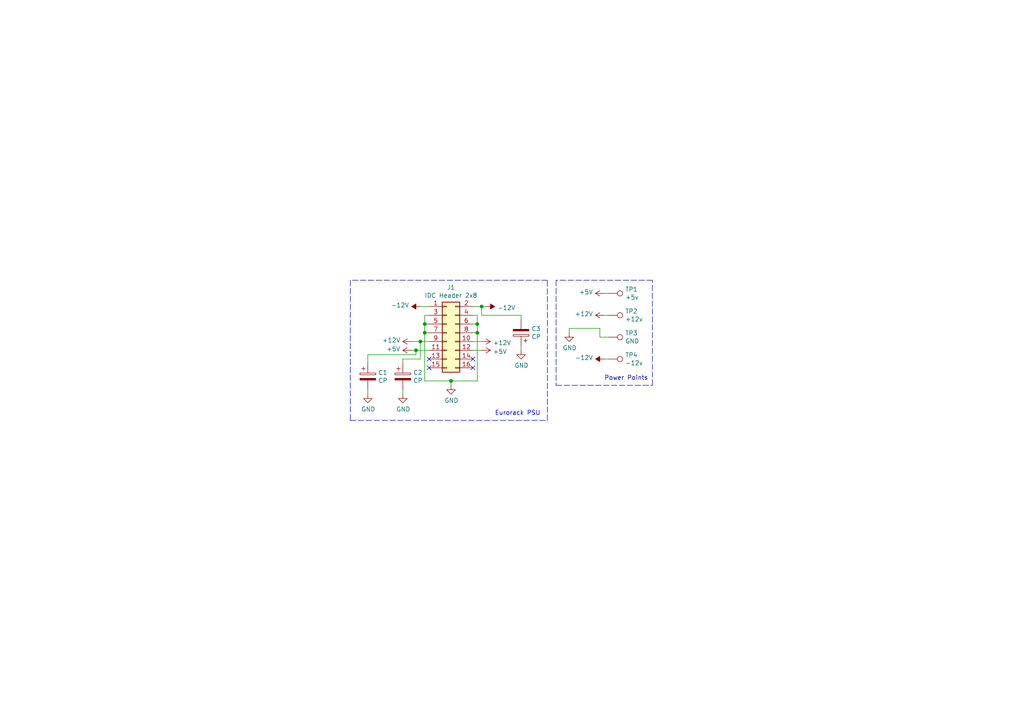
<source format=kicad_sch>
(kicad_sch (version 20211123) (generator eeschema)
  (paper "A4")
  (title_block (title "Eurorack prototype 12HP with power") (date "2022-01-23") (rev "2.1") (comment 3 "Released under CERN Open Hardware Licence Version 2 - Strongly Reciprocal") (comment 4 "Designed by: Rafael G. Martins"))
  (lib_symbols
    (symbol "Connector:TestPoint" (pin_numbers hide) (pin_names (offset 0.762) hide)
      (property "Reference" "TP" (at 0 6.858 0))
      (property "Value" "TestPoint" (at 0 5.08 0))
      (symbol "TestPoint_0_1"
        (circle (center 0 3.302) (radius 0.762))
      )
      (symbol "TestPoint_1_1"
        (pin passive line (at 0 0 90) (length 2.54) (name "1") (number "1"))
      )
    )
    (symbol "Connector_Generic:Conn_02x08_Odd_Even" (pin_names (offset 1.016) hide)
      (property "Reference" "J" (at 1.27 10.16 0))
      (property "Value" "Conn_02x08_Odd_Even" (at 1.27 -12.7 0))
      (symbol "Conn_02x08_Odd_Even_1_1"
        (rectangle (start -1.27 -10.033) (end 0 -10.287) (stroke (width 0.1524)))
        (rectangle (start -1.27 -7.493) (end 0 -7.747) (stroke (width 0.1524)))
        (rectangle (start -1.27 -4.953) (end 0 -5.207) (stroke (width 0.1524)))
        (rectangle (start -1.27 -2.413) (end 0 -2.667) (stroke (width 0.1524)))
        (rectangle (start -1.27 0.127) (end 0 -0.127) (stroke (width 0.1524)))
        (rectangle (start -1.27 2.667) (end 0 2.413) (stroke (width 0.1524)))
        (rectangle (start -1.27 5.207) (end 0 4.953) (stroke (width 0.1524)))
        (rectangle (start -1.27 7.747) (end 0 7.493) (stroke (width 0.1524)))
        (rectangle (start -1.27 8.89) (end 3.81 -11.43) (stroke (width 0.254)) (fill (type background)))
        (rectangle (start 3.81 -10.033) (end 2.54 -10.287) (stroke (width 0.1524)))
        (rectangle (start 3.81 -7.493) (end 2.54 -7.747) (stroke (width 0.1524)))
        (rectangle (start 3.81 -4.953) (end 2.54 -5.207) (stroke (width 0.1524)))
        (rectangle (start 3.81 -2.413) (end 2.54 -2.667) (stroke (width 0.1524)))
        (rectangle (start 3.81 0.127) (end 2.54 -0.127) (stroke (width 0.1524)))
        (rectangle (start 3.81 2.667) (end 2.54 2.413) (stroke (width 0.1524)))
        (rectangle (start 3.81 5.207) (end 2.54 4.953) (stroke (width 0.1524)))
        (rectangle (start 3.81 7.747) (end 2.54 7.493) (stroke (width 0.1524)))
        (pin passive line (at -5.08 7.62 0) (length 3.81) (name "Pin_1") (number "1"))
        (pin passive line (at 7.62 -2.54 180) (length 3.81) (name "Pin_10") (number "10"))
        (pin passive line (at -5.08 -5.08 0) (length 3.81) (name "Pin_11") (number "11"))
        (pin passive line (at 7.62 -5.08 180) (length 3.81) (name "Pin_12") (number "12"))
        (pin passive line (at -5.08 -7.62 0) (length 3.81) (name "Pin_13") (number "13"))
        (pin passive line (at 7.62 -7.62 180) (length 3.81) (name "Pin_14") (number "14"))
        (pin passive line (at -5.08 -10.16 0) (length 3.81) (name "Pin_15") (number "15"))
        (pin passive line (at 7.62 -10.16 180) (length 3.81) (name "Pin_16") (number "16"))
        (pin passive line (at 7.62 7.62 180) (length 3.81) (name "Pin_2") (number "2"))
        (pin passive line (at -5.08 5.08 0) (length 3.81) (name "Pin_3") (number "3"))
        (pin passive line (at 7.62 5.08 180) (length 3.81) (name "Pin_4") (number "4"))
        (pin passive line (at -5.08 2.54 0) (length 3.81) (name "Pin_5") (number "5"))
        (pin passive line (at 7.62 2.54 180) (length 3.81) (name "Pin_6") (number "6"))
        (pin passive line (at -5.08 0 0) (length 3.81) (name "Pin_7") (number "7"))
        (pin passive line (at 7.62 0 180) (length 3.81) (name "Pin_8") (number "8"))
        (pin passive line (at -5.08 -2.54 0) (length 3.81) (name "Pin_9") (number "9"))
      )
    )
    (symbol "Device:C_Polarized" (pin_numbers hide) (pin_names (offset 0.254))
      (property "Reference" "C" (at 0.635 2.54 0))
      (property "Value" "C_Polarized" (at 0.635 -2.54 0))
      (symbol "C_Polarized_0_1"
        (rectangle (start -2.286 0.508) (end 2.286 1.016))
        (polyline (pts (xy -1.778 2.286) (xy -0.762 2.286)))
        (polyline (pts (xy -1.27 2.794) (xy -1.27 1.778)))
        (rectangle (start 2.286 -0.508) (end -2.286 -1.016) (fill (type outline)))
      )
      (symbol "C_Polarized_1_1"
        (pin passive line (at 0 3.81 270) (length 2.794) (name "~") (number "1"))
        (pin passive line (at 0 -3.81 90) (length 2.794) (name "~") (number "2"))
      )
    )
    (symbol "power:+12V" (power) (pin_names (offset 0))
      (property "Value" "+12V" (at 0 3.556 0))
      (symbol "+12V_0_1"
        (polyline (pts (xy -0.762 1.27) (xy 0 2.54)))
        (polyline (pts (xy 0 0) (xy 0 2.54)))
        (polyline (pts (xy 0 2.54) (xy 0.762 1.27)))
      )
      (symbol "+12V_1_1"
        (pin power_in line (at 0 0 90) (length 0) hide (name "+12V") (number "1"))
      )
    )
    (symbol "power:+5V" (power) (pin_names (offset 0))
      (property "Value" "+5V" (at 0 3.556 0))
      (symbol "+5V_0_1"
        (polyline (pts (xy -0.762 1.27) (xy 0 2.54)))
        (polyline (pts (xy 0 0) (xy 0 2.54)))
        (polyline (pts (xy 0 2.54) (xy 0.762 1.27)))
      )
      (symbol "+5V_1_1"
        (pin power_in line (at 0 0 90) (length 0) hide (name "+5V") (number "1"))
      )
    )
    (symbol "power:-12V" (power) (pin_names (offset 0))
      (property "Value" "-12V" (at 0 3.81 0))
      (symbol "-12V_0_0"
        (pin power_in line (at 0 0 90) (length 0) hide (name "-12V") (number "1"))
      )
      (symbol "-12V_0_1"
        (polyline (pts (xy 0 0) (xy 0 1.27) (xy 0.762 1.27) (xy 0 2.54) (xy -0.762 1.27) (xy 0 1.27)) (fill (type outline)))
      )
    )
    (symbol "power:GND" (power) (pin_names (offset 0))
      (property "Value" "GND" (at 0 -3.81 0))
      (symbol "GND_0_1"
        (polyline (pts (xy 0 0) (xy 0 -1.27) (xy 1.27 -1.27) (xy 0 -2.54) (xy -1.27 -1.27) (xy 0 -1.27)))
      )
      (symbol "GND_1_1"
        (pin power_in line (at 0 0 270) (length 0) hide (name "GND") (number "1"))
      )
    )
  )
  (junction (at 130.81 110.49))
  (junction (at 139.7 88.9))
  (junction (at 138.43 93.98))
  (junction (at 121.92 99.06))
  (junction (at 138.43 96.52))
  (junction (at 123.19 93.98))
  (junction (at 120.65 101.6))
  (junction (at 123.19 96.52))
  (no_connect (at 137.16 104.14))
  (no_connect (at 124.46 106.68))
  (no_connect (at 137.16 106.68))
  (no_connect (at 124.46 104.14))
  (wire (pts (xy 175.26 104.14) (xy 176.53 104.14)))
  (wire (pts (xy 130.81 110.49) (xy 138.43 110.49)))
  (wire (pts (xy 138.43 110.49) (xy 138.43 96.52)))
  (wire (pts (xy 124.46 93.98) (xy 123.19 93.98)))
  (wire (pts (xy 123.19 96.52) (xy 123.19 93.98)))
  (polyline (pts (xy 101.6 121.92) (xy 158.75 121.92)))
  (polyline (pts (xy 158.75 81.28) (xy 101.6 81.28)))
  (wire (pts (xy 139.7 91.44) (xy 151.13 91.44)))
  (polyline (pts (xy 189.23 81.28) (xy 161.29 81.28)))
  (wire (pts (xy 138.43 93.98) (xy 138.43 91.44)))
  (polyline (pts (xy 189.23 111.76) (xy 189.23 81.28)))
  (wire (pts (xy 121.92 104.14) (xy 121.92 99.06)))
  (wire (pts (xy 106.68 105.41) (xy 106.68 102.87)))
  (wire (pts (xy 151.13 92.71) (xy 151.13 91.44)))
  (wire (pts (xy 106.68 102.87) (xy 120.65 102.87)))
  (wire (pts (xy 139.7 88.9) (xy 139.7 91.44)))
  (polyline (pts (xy 161.29 111.76) (xy 189.23 111.76)))
  (wire (pts (xy 119.38 101.6) (xy 120.65 101.6)))
  (wire (pts (xy 123.19 110.49) (xy 123.19 96.52)))
  (wire (pts (xy 165.1 96.52) (xy 165.1 95.25)))
  (wire (pts (xy 173.99 97.79) (xy 176.53 97.79)))
  (wire (pts (xy 139.7 88.9) (xy 140.97 88.9)))
  (wire (pts (xy 173.99 95.25) (xy 173.99 97.79)))
  (wire (pts (xy 121.92 88.9) (xy 124.46 88.9)))
  (wire (pts (xy 123.19 93.98) (xy 123.19 91.44)))
  (wire (pts (xy 137.16 88.9) (xy 139.7 88.9)))
  (polyline (pts (xy 161.29 81.28) (xy 161.29 111.76)))
  (wire (pts (xy 120.65 102.87) (xy 120.65 101.6)))
  (wire (pts (xy 137.16 96.52) (xy 138.43 96.52)))
  (wire (pts (xy 137.16 101.6) (xy 139.7 101.6)))
  (polyline (pts (xy 101.6 81.28) (xy 101.6 121.92)))
  (polyline (pts (xy 158.75 121.92) (xy 158.75 81.28)))
  (wire (pts (xy 175.26 91.44) (xy 176.53 91.44)))
  (wire (pts (xy 120.65 101.6) (xy 124.46 101.6)))
  (wire (pts (xy 151.13 101.6) (xy 151.13 100.33)))
  (wire (pts (xy 121.92 99.06) (xy 124.46 99.06)))
  (wire (pts (xy 123.19 91.44) (xy 124.46 91.44)))
  (wire (pts (xy 137.16 93.98) (xy 138.43 93.98)))
  (wire (pts (xy 123.19 110.49) (xy 130.81 110.49)))
  (wire (pts (xy 124.46 96.52) (xy 123.19 96.52)))
  (wire (pts (xy 116.84 114.3) (xy 116.84 113.03)))
  (wire (pts (xy 175.26 85.09) (xy 176.53 85.09)))
  (wire (pts (xy 137.16 99.06) (xy 139.7 99.06)))
  (wire (pts (xy 106.68 114.3) (xy 106.68 113.03)))
  (wire (pts (xy 165.1 95.25) (xy 173.99 95.25)))
  (wire (pts (xy 119.38 99.06) (xy 121.92 99.06)))
  (wire (pts (xy 116.84 105.41) (xy 116.84 104.14)))
  (wire (pts (xy 138.43 96.52) (xy 138.43 93.98)))
  (wire (pts (xy 116.84 104.14) (xy 121.92 104.14)))
  (wire (pts (xy 138.43 91.44) (xy 137.16 91.44)))
  (wire (pts (xy 130.81 111.76) (xy 130.81 110.49)))
  (text "Power Points" (at 175.26 110.49 0) (effects (font (size 1.27 1.27)) (justify left bottom)))
  (text "Eurorack PSU" (at 143.51 120.65 0) (effects (font (size 1.27 1.27)) (justify left bottom)))
  (symbol (lib_id "Connector:TestPoint") (at 176.53 85.09 270) (unit 1)
    (property "Reference" "TP1" (at 181.3052 83.9216 90) (effects (justify left)))
    (property "Value" "+5v" (at 181.3052 86.233 90) (effects (justify left)))
    (property "Footprint" "TestPoint:TestPoint_THTPad_D2.5mm_Drill1.2mm" (effects hide))
  )
  (symbol (lib_id "Connector_Generic:Conn_02x08_Odd_Even") (at 129.54 96.52 0) (unit 1)
    (property "Reference" "J1" (at 130.81 83.3882 0))
    (property "Value" "IDC Header 2x8" (at 130.81 85.6996 0))
    (property "Footprint" "Connector_IDC:IDC-Header_2x08_P2.54mm_Vertical" (effects hide))
  )
  (symbol (lib_id "power:GND") (at 130.81 111.76 0) (unit 1)
    (property "Reference" "#PWR0101" (effects hide))
    (property "Value" "GND" (at 130.937 116.1542 0))
  )
  (symbol (lib_id "power:-12V") (at 121.92 88.9 90) (unit 1)
    (property "Reference" "#PWR0102" (effects hide))
    (property "Value" "-12V" (at 118.6688 88.519 90) (effects (justify left)))
  )
  (symbol (lib_id "power:-12V") (at 140.97 88.9 270) (unit 1)
    (property "Reference" "#PWR0103" (effects hide))
    (property "Value" "-12V" (at 144.2212 89.281 90) (effects (justify left)))
  )
  (symbol (lib_id "power:+12V") (at 119.38 99.06 90) (unit 1)
    (property "Reference" "#PWR0104" (effects hide))
    (property "Value" "+12V" (at 116.1288 98.679 90) (effects (justify left)))
  )
  (symbol (lib_id "power:+12V") (at 139.7 99.06 270) (unit 1)
    (property "Reference" "#PWR0105" (effects hide))
    (property "Value" "+12V" (at 142.9512 99.441 90) (effects (justify left)))
  )
  (symbol (lib_id "power:+5V") (at 119.38 101.6 90) (unit 1)
    (property "Reference" "#PWR0106" (effects hide))
    (property "Value" "+5V" (at 116.1288 101.219 90) (effects (justify left)))
  )
  (symbol (lib_id "power:+5V") (at 139.7 101.6 270) (unit 1)
    (property "Reference" "#PWR0107" (effects hide))
    (property "Value" "+5V" (at 142.9512 101.981 90) (effects (justify left)))
  )
  (symbol (lib_id "Device:C_Polarized") (at 106.68 109.22 0) (unit 1)
    (property "Reference" "C1" (at 109.6772 108.0516 0) (effects (justify left)))
    (property "Value" "CP" (at 109.6772 110.363 0) (effects (justify left)))
    (property "Footprint" "Capacitor_THT:CP_Radial_D5.0mm_P2.50mm" (effects hide))
  )
  (symbol (lib_id "Device:C_Polarized") (at 116.84 109.22 0) (unit 1)
    (property "Reference" "C2" (at 119.8372 108.0516 0) (effects (justify left)))
    (property "Value" "CP" (at 119.8372 110.363 0) (effects (justify left)))
    (property "Footprint" "Capacitor_THT:CP_Radial_D5.0mm_P2.50mm" (effects hide))
  )
  (symbol (lib_id "power:GND") (at 106.68 114.3 0) (unit 1)
    (property "Reference" "#PWR0108" (effects hide))
    (property "Value" "GND" (at 106.807 118.6942 0))
  )
  (symbol (lib_id "power:GND") (at 116.84 114.3 0) (unit 1)
    (property "Reference" "#PWR0109" (effects hide))
    (property "Value" "GND" (at 116.967 118.6942 0))
  )
  (symbol (lib_id "Device:C_Polarized") (at 151.13 96.52 180) (unit 1)
    (property "Reference" "C3" (at 154.1272 95.3516 0) (effects (justify right)))
    (property "Value" "CP" (at 154.1272 97.663 0) (effects (justify right)))
    (property "Footprint" "Capacitor_THT:CP_Radial_D5.0mm_P2.50mm" (effects hide))
  )
  (symbol (lib_id "power:GND") (at 151.13 101.6 0) (unit 1)
    (property "Reference" "#PWR0110" (effects hide))
    (property "Value" "GND" (at 151.257 105.9942 0))
  )
  (symbol (lib_id "Connector:TestPoint") (at 176.53 91.44 270) (unit 1)
    (property "Reference" "TP2" (at 181.3052 90.2716 90) (effects (justify left)))
    (property "Value" "+12v" (at 181.3052 92.583 90) (effects (justify left)))
    (property "Footprint" "TestPoint:TestPoint_THTPad_D2.5mm_Drill1.2mm" (effects hide))
  )
  (symbol (lib_id "Connector:TestPoint") (at 176.53 97.79 270) (unit 1)
    (property "Reference" "TP3" (at 181.3052 96.6216 90) (effects (justify left)))
    (property "Value" "GND" (at 181.3052 98.933 90) (effects (justify left)))
    (property "Footprint" "TestPoint:TestPoint_THTPad_D2.5mm_Drill1.2mm" (effects hide))
  )
  (symbol (lib_id "Connector:TestPoint") (at 176.53 104.14 270) (unit 1)
    (property "Reference" "TP4" (at 181.3052 102.9716 90) (effects (justify left)))
    (property "Value" "-12v" (at 181.3052 105.283 90) (effects (justify left)))
    (property "Footprint" "TestPoint:TestPoint_THTPad_D2.5mm_Drill1.2mm" (effects hide))
  )
  (symbol (lib_id "power:+5V") (at 175.26 85.09 90) (unit 1)
    (property "Reference" "#PWR0111" (effects hide))
    (property "Value" "+5V" (at 172.0088 84.709 90) (effects (justify left)))
  )
  (symbol (lib_id "power:+12V") (at 175.26 91.44 90) (unit 1)
    (property "Reference" "#PWR0112" (effects hide))
    (property "Value" "+12V" (at 172.0088 91.059 90) (effects (justify left)))
  )
  (symbol (lib_id "power:GND") (at 165.1 96.52 0) (unit 1)
    (property "Reference" "#PWR0113" (effects hide))
    (property "Value" "GND" (at 165.227 100.9142 0))
  )
  (symbol (lib_id "power:-12V") (at 175.26 104.14 90) (unit 1)
    (property "Reference" "#PWR0114" (effects hide))
    (property "Value" "-12V" (at 172.0088 103.759 90) (effects (justify left)))
  )
)
</source>
